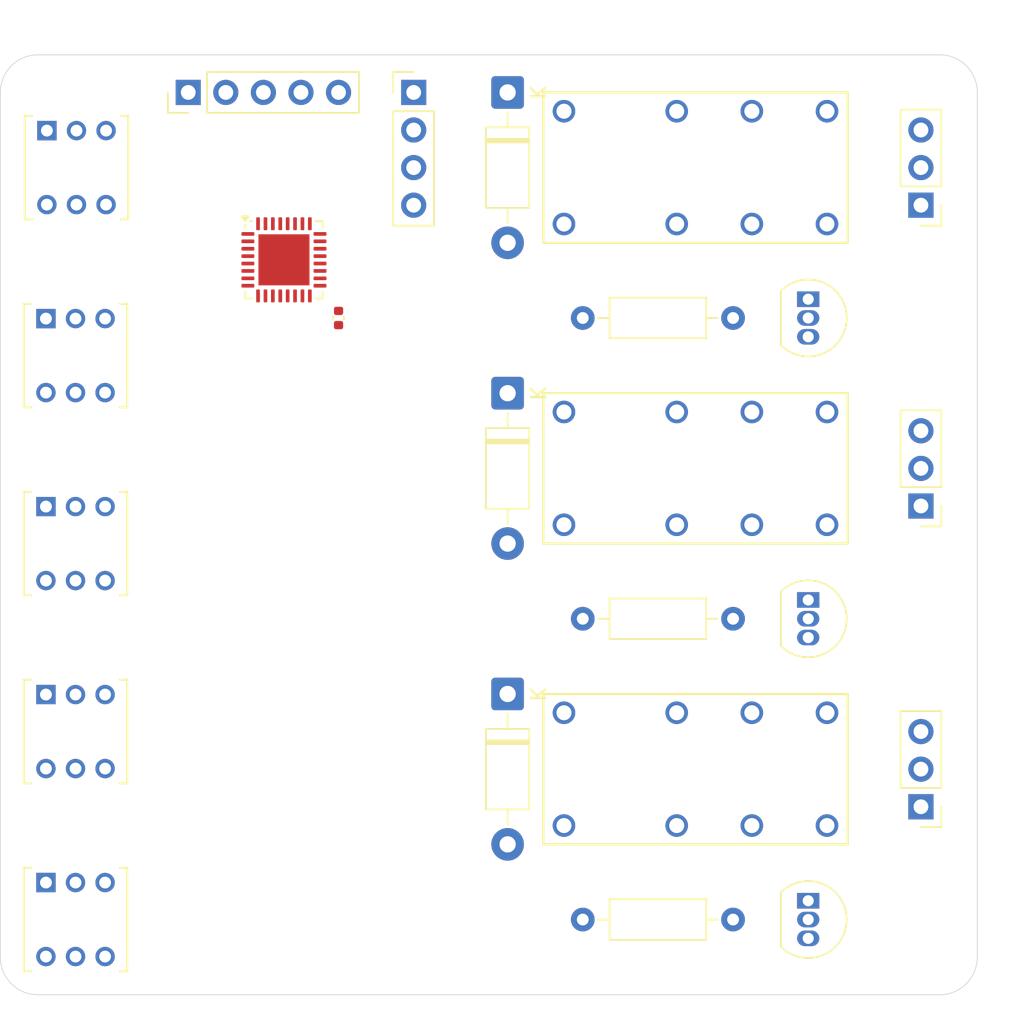
<source format=kicad_pcb>
(kicad_pcb (version 20241229) (generator "pcbnew") (generator_version "9.0")
  (layers (0 "F.Cu" signal) (2 "B.Cu" signal) (13 "F.Paste" user) (15 "B.Paste" user) (5 "F.SilkS" user "F.Silkscreen") (7 "B.SilkS" user "B.Silkscreen") (1 "F.Mask" user) (3 "B.Mask" user) (25 "Edge.Cuts" user))
  (net 0 "")
  (net 1 "GND")
  (net 2 "VDD")
  (net 3 "Net-(D1-A)")
  (net 4 "Net-(D2-A)")
  (net 5 "Net-(D3-A)")
  (net 6 "/SWCLK")
  (net 7 "/NRST")
  (net 8 "/SWDIO")
  (net 9 "/~{EN}")
  (net 10 "Net-(J3-Pin_1)")
  (net 11 "Net-(J3-Pin_2)")
  (net 12 "Net-(J3-Pin_3)")
  (net 13 "Net-(J4-Pin_1)")
  (net 14 "Net-(J4-Pin_3)")
  (net 15 "Net-(J4-Pin_2)")
  (net 16 "Net-(J5-Pin_2)")
  (net 17 "Net-(J5-Pin_3)")
  (net 18 "Net-(J5-Pin_1)")
  (net 19 "Net-(Q1-B)")
  (net 20 "Net-(Q2-B)")
  (net 21 "Net-(Q3-B)")
  (net 22 "Net-(U1-PA12)")
  (net 23 "Net-(U1-PA11)")
  (net 24 "Net-(U1-PA10)")
  (net 27 "/Vol+")
  (net 30 "/Skp")
  (net 35 "/Play")
  (net 41 "/Rwd")
  (net 48 "/Vol-")
  (footprint "Diode_THT:D_DO-41_SOD81_P10.16mm_Horizontal" (layer "F.Cu") (at 105.41 142.24 -90)
    (property "Reference" "D3")
    (property "Value" "1N4007")
    (fp_line (start 1.34 0) (end 2.36 0) (stroke (width 0.12)) (layer "F.SilkS"))
    (fp_line (start 8.82 0) (end 7.8 0) (stroke (width 0.12)) (layer "F.SilkS"))
    (fp_line (start 3.14 -1.47) (end 3.14 1.47) (stroke (width 0.12)) (layer "F.SilkS"))
    (fp_line (start 3.26 -1.47) (end 3.26 1.47) (stroke (width 0.12)) (layer "F.SilkS"))
    (fp_line (start 3.38 -1.47) (end 3.38 1.47) (stroke (width 0.12)) (layer "F.SilkS"))
    (fp_rect (start 2.36 -1.47) (end 7.8 1.47) (stroke (width 0.12)) (fill no) (layer "F.SilkS"))
    (fp_text user "K" (at 0 -2.1 90) (layer "F.SilkS"))
    (pad "1" thru_hole roundrect (at 0 0 270) (size 2.2 2.2) (drill 1.1) (layers "*.Cu" "*.Mask") (roundrect_rratio 0.113636) (net 2 "VDD"))
    (pad "2" thru_hole circle (at 10.16 0 270) (size 2.2 2.2) (drill 1.1) (layers "*.Cu" "*.Mask") (net 5 "Net-(D3-A)"))
  )
  (footprint "Playback_Control_EVT:RELAY_J104D2C3VDC.20S_CRS" (layer "F.Cu") (at 109.22 151.13 90)
    (property "Reference" "U4")
    (property "Value" "J104D2C3VDC.20S")
    (fp_line (start 8.89 -1.397) (end -1.27 -1.397) (stroke (width 0.1524)) (layer "F.SilkS"))
    (fp_line (start -1.27 -1.397) (end -1.27 19.177) (stroke (width 0.1524)) (layer "F.SilkS"))
    (fp_line (start 8.89 19.177) (end 8.89 -1.397) (stroke (width 0.1524)) (layer "F.SilkS"))
    (fp_line (start -1.27 19.177) (end 8.89 19.177) (stroke (width 0.1524)) (layer "F.SilkS"))
    (pad "1" thru_hole circle (at 0 0 90) (size 1.524 1.524) (drill 1.016) (layers "*.Cu" "*.Mask") (net 5 "Net-(D3-A)"))
    (pad "2" thru_hole circle (at 0 7.62 90) (size 1.524 1.524) (drill 1.016) (layers "*.Cu" "*.Mask"))
    (pad "3" thru_hole circle (at 0 12.7 90) (size 1.524 1.524) (drill 1.016) (layers "*.Cu" "*.Mask"))
    (pad "4" thru_hole circle (at 0 17.78 90) (size 1.524 1.524) (drill 1.016) (layers "*.Cu" "*.Mask"))
    (pad "5" thru_hole circle (at 7.62 17.78 90) (size 1.524 1.524) (drill 1.016) (layers "*.Cu" "*.Mask") (net 17 "Net-(J5-Pin_3)"))
    (pad "6" thru_hole circle (at 7.62 12.7 90) (size 1.524 1.524) (drill 1.016) (layers "*.Cu" "*.Mask") (net 16 "Net-(J5-Pin_2)"))
    (pad "7" thru_hole circle (at 7.62 7.62 90) (size 1.524 1.524) (drill 1.016) (layers "*.Cu" "*.Mask") (net 18 "Net-(J5-Pin_1)"))
    (pad "8" thru_hole circle (at 7.62 0 90) (size 1.524 1.524) (drill 1.016) (layers "*.Cu" "*.Mask") (net 2 "VDD"))
  )
  (footprint "Connector_PinHeader_2.54mm:PinHeader_1x05_P2.54mm_Vertical" (layer "F.Cu") (at 83.82 101.6 90)
    (property "Reference" "J1")
    (property "Value" "Conn_01x05_Pin")
    (fp_line (start -1.38 -1.38) (end 0 -1.38) (stroke (width 0.12)) (layer "F.SilkS"))
    (fp_line (start -1.38 0) (end -1.38 -1.38) (stroke (width 0.12)) (layer "F.SilkS"))
    (fp_line (start 1.38 1.27) (end 1.38 11.54) (stroke (width 0.12)) (layer "F.SilkS"))
    (fp_line (start -1.38 1.27) (end 1.38 1.27) (stroke (width 0.12)) (layer "F.SilkS"))
    (fp_line (start -1.38 1.27) (end -1.38 11.54) (stroke (width 0.12)) (layer "F.SilkS"))
    (fp_line (start -1.38 11.54) (end 1.38 11.54) (stroke (width 0.12)) (layer "F.SilkS"))
    (pad "1" thru_hole rect (at 0 0 90) (size 1.7 1.7) (drill 1) (layers "*.Cu" "*.Mask") (net 2 "VDD"))
    (pad "2" thru_hole circle (at 0 2.54 90) (size 1.7 1.7) (drill 1) (layers "*.Cu" "*.Mask") (net 6 "/SWCLK"))
    (pad "3" thru_hole circle (at 0 5.08 90) (size 1.7 1.7) (drill 1) (layers "*.Cu" "*.Mask") (net 1 "GND"))
    (pad "4" thru_hole circle (at 0 7.62 90) (size 1.7 1.7) (drill 1) (layers "*.Cu" "*.Mask") (net 8 "/SWDIO"))
    (pad "5" thru_hole circle (at 0 10.16 90) (size 1.7 1.7) (drill 1) (layers "*.Cu" "*.Mask") (net 7 "/NRST"))
  )
  (footprint "Resistor_THT:R_Axial_DIN0207_L6.3mm_D2.5mm_P10.16mm_Horizontal" (layer "F.Cu") (at 110.49 116.84)
    (property "Reference" "R1")
    (property "Value" "680")
    (fp_line (start 1.04 0) (end 1.81 0) (stroke (width 0.12)) (layer "F.SilkS"))
    (fp_line (start 9.12 0) (end 8.35 0) (stroke (width 0.12)) (layer "F.SilkS"))
    (fp_rect (start 1.81 -1.37) (end 8.35 1.37) (stroke (width 0.12)) (fill no) (layer "F.SilkS"))
    (pad "1" thru_hole circle (at 0 0) (size 1.6 1.6) (drill 0.8) (layers "*.Cu" "*.Mask") (net 22 "Net-(U1-PA12)"))
    (pad "2" thru_hole circle (at 10.16 0) (size 1.6 1.6) (drill 0.8) (layers "*.Cu" "*.Mask") (net 19 "Net-(Q1-B)"))
  )
  (footprint "Resistor_THT:R_Axial_DIN0207_L6.3mm_D2.5mm_P10.16mm_Horizontal" (layer "F.Cu") (at 110.49 157.48)
    (property "Reference" "R3")
    (property "Value" "680")
    (fp_line (start 1.04 0) (end 1.81 0) (stroke (width 0.12)) (layer "F.SilkS"))
    (fp_line (start 9.12 0) (end 8.35 0) (stroke (width 0.12)) (layer "F.SilkS"))
    (fp_rect (start 1.81 -1.37) (end 8.35 1.37) (stroke (width 0.12)) (fill no) (layer "F.SilkS"))
    (pad "1" thru_hole circle (at 0 0) (size 1.6 1.6) (drill 0.8) (layers "*.Cu" "*.Mask") (net 24 "Net-(U1-PA10)"))
    (pad "2" thru_hole circle (at 10.16 0) (size 1.6 1.6) (drill 0.8) (layers "*.Cu" "*.Mask") (net 21 "Net-(Q3-B)"))
  )
  (footprint "Playback_Control_EVT:SW_TL2230EEF100" (layer "F.Cu") (at 76.2 132.08)
    (property "Reference" "S3")
    (property "Value" "TL2230EEF100")
    (fp_line (start -3.5 -3.5) (end -3 -3.5) (stroke (width 0.127)) (layer "F.SilkS"))
    (fp_line (start -3.5 3.5) (end -3.5 -3.5) (stroke (width 0.127)) (layer "F.SilkS"))
    (fp_line (start -3.5 3.5) (end -3 3.5) (stroke (width 0.127)) (layer "F.SilkS"))
    (fp_line (start 3 -3.5) (end 3.5 -3.5) (stroke (width 0.127)) (layer "F.SilkS"))
    (fp_line (start 3 3.5) (end 3.5 3.5) (stroke (width 0.127)) (layer "F.SilkS"))
    (fp_line (start 3.5 -3.5) (end 3.5 3.5) (stroke (width 0.127)) (layer "F.SilkS"))
    (pad "1" thru_hole rect (at -2 -2.5) (size 1.308 1.308) (drill 0.8) (layers "*.Cu" "*.Mask"))
    (pad "2" thru_hole circle (at 0 -2.5) (size 1.308 1.308) (drill 0.8) (layers "*.Cu" "*.Mask") (net 1 "GND"))
    (pad "3" thru_hole circle (at 2 -2.5) (size 1.308 1.308) (drill 0.8) (layers "*.Cu" "*.Mask") (net 35 "/Play"))
    (pad "4" thru_hole circle (at -2 2.5) (size 1.308 1.308) (drill 0.8) (layers "*.Cu" "*.Mask"))
    (pad "5" thru_hole circle (at 0 2.5) (size 1.308 1.308) (drill 0.8) (layers "*.Cu" "*.Mask"))
    (pad "6" thru_hole circle (at 2 2.5) (size 1.308 1.308) (drill 0.8) (layers "*.Cu" "*.Mask"))
  )
  (footprint "Playback_Control_EVT:RELAY_J104D2C3VDC.20S_CRS" (layer "F.Cu") (at 109.22 110.49 90)
    (property "Reference" "U2")
    (property "Value" "J104D2C3VDC.20S")
    (fp_line (start 8.89 -1.397) (end -1.27 -1.397) (stroke (width 0.1524)) (layer "F.SilkS"))
    (fp_line (start -1.27 -1.397) (end -1.27 19.177) (stroke (width 0.1524)) (layer "F.SilkS"))
    (fp_line (start 8.89 19.177) (end 8.89 -1.397) (stroke (width 0.1524)) (layer "F.SilkS"))
    (fp_line (start -1.27 19.177) (end 8.89 19.177) (stroke (width 0.1524)) (layer "F.SilkS"))
    (pad "1" thru_hole circle (at 0 0 90) (size 1.524 1.524) (drill 1.016) (layers "*.Cu" "*.Mask") (net 4 "Net-(D2-A)"))
    (pad "2" thru_hole circle (at 0 7.62 90) (size 1.524 1.524) (drill 1.016) (layers "*.Cu" "*.Mask"))
    (pad "3" thru_hole circle (at 0 12.7 90) (size 1.524 1.524) (drill 1.016) (layers "*.Cu" "*.Mask"))
    (pad "4" thru_hole circle (at 0 17.78 90) (size 1.524 1.524) (drill 1.016) (layers "*.Cu" "*.Mask"))
    (pad "5" thru_hole circle (at 7.62 17.78 90) (size 1.524 1.524) (drill 1.016) (layers "*.Cu" "*.Mask") (net 12 "Net-(J3-Pin_3)"))
    (pad "6" thru_hole circle (at 7.62 12.7 90) (size 1.524 1.524) (drill 1.016) (layers "*.Cu" "*.Mask") (net 11 "Net-(J3-Pin_2)"))
    (pad "7" thru_hole circle (at 7.62 7.62 90) (size 1.524 1.524) (drill 1.016) (layers "*.Cu" "*.Mask") (net 10 "Net-(J3-Pin_1)"))
    (pad "8" thru_hole circle (at 7.62 0 90) (size 1.524 1.524) (drill 1.016) (layers "*.Cu" "*.Mask") (net 2 "VDD"))
  )
  (footprint "Playback_Control_EVT:SW_TL2230EEF100" (layer "F.Cu") (at 76.2 119.38)
    (property "Reference" "S2")
    (property "Value" "TL2230EEF100")
    (fp_line (start -3.5 -3.5) (end -3 -3.5) (stroke (width 0.127)) (layer "F.SilkS"))
    (fp_line (start -3.5 3.5) (end -3.5 -3.5) (stroke (width 0.127)) (layer "F.SilkS"))
    (fp_line (start -3.5 3.5) (end -3 3.5) (stroke (width 0.127)) (layer "F.SilkS"))
    (fp_line (start 3 -3.5) (end 3.5 -3.5) (stroke (width 0.127)) (layer "F.SilkS"))
    (fp_line (start 3 3.5) (end 3.5 3.5) (stroke (width 0.127)) (layer "F.SilkS"))
    (fp_line (start 3.5 -3.5) (end 3.5 3.5) (stroke (width 0.127)) (layer "F.SilkS"))
    (pad "1" thru_hole rect (at -2 -2.5) (size 1.308 1.308) (drill 0.8) (layers "*.Cu" "*.Mask"))
    (pad "2" thru_hole circle (at 0 -2.5) (size 1.308 1.308) (drill 0.8) (layers "*.Cu" "*.Mask") (net 1 "GND"))
    (pad "3" thru_hole circle (at 2 -2.5) (size 1.308 1.308) (drill 0.8) (layers "*.Cu" "*.Mask") (net 30 "/Skp"))
    (pad "4" thru_hole circle (at -2 2.5) (size 1.308 1.308) (drill 0.8) (layers "*.Cu" "*.Mask"))
    (pad "5" thru_hole circle (at 0 2.5) (size 1.308 1.308) (drill 0.8) (layers "*.Cu" "*.Mask"))
    (pad "6" thru_hole circle (at 2 2.5) (size 1.308 1.308) (drill 0.8) (layers "*.Cu" "*.Mask"))
  )
  (footprint "Package_TO_SOT_THT:TO-92_Inline" (layer "F.Cu") (at 125.73 135.89 -90)
    (property "Reference" "Q2")
    (property "Value" "BC547")
    (fp_line (start -0.53 1.85) (end 3.07 1.85) (stroke (width 0.12)) (layer "F.SilkS"))
    (fp_arc (start -0.568478 1.838478) (mid -1.132087 -0.994977) (end 1.27 -2.6) (stroke (width 0.12)) (layer "F.SilkS"))
    (fp_arc (start 1.27 -2.6) (mid 3.672087 -0.994977) (end 3.108478 1.838478) (stroke (width 0.12)) (layer "F.SilkS"))
    (pad "1" thru_hole rect (at 0 0 270) (size 1.05 1.5) (drill 0.75) (layers "*.Cu" "*.Mask") (net 3 "Net-(D1-A)"))
    (pad "2" thru_hole oval (at 1.27 0 270) (size 1.05 1.5) (drill 0.75) (layers "*.Cu" "*.Mask") (net 20 "Net-(Q2-B)"))
    (pad "3" thru_hole oval (at 2.54 0 270) (size 1.05 1.5) (drill 0.75) (layers "*.Cu" "*.Mask") (net 1 "GND"))
  )
  (footprint "Resistor_THT:R_Axial_DIN0207_L6.3mm_D2.5mm_P10.16mm_Horizontal" (layer "F.Cu") (at 110.49 137.16)
    (property "Reference" "R2")
    (property "Value" "680")
    (fp_line (start 1.04 0) (end 1.81 0) (stroke (width 0.12)) (layer "F.SilkS"))
    (fp_line (start 9.12 0) (end 8.35 0) (stroke (width 0.12)) (layer "F.SilkS"))
    (fp_rect (start 1.81 -1.37) (end 8.35 1.37) (stroke (width 0.12)) (fill no) (layer "F.SilkS"))
    (pad "1" thru_hole circle (at 0 0) (size 1.6 1.6) (drill 0.8) (layers "*.Cu" "*.Mask") (net 23 "Net-(U1-PA11)"))
    (pad "2" thru_hole circle (at 10.16 0) (size 1.6 1.6) (drill 0.8) (layers "*.Cu" "*.Mask") (net 20 "Net-(Q2-B)"))
  )
  (footprint "Connector_PinHeader_2.54mm:PinHeader_1x03_P2.54mm_Vertical" (layer "F.Cu") (at 133.35 109.22 180)
    (property "Reference" "J3")
    (property "Value" "Conn_01x03_Pin")
    (fp_line (start 1.38 1.27) (end 1.38 6.46) (stroke (width 0.12)) (layer "F.SilkS"))
    (fp_line (start -1.38 6.46) (end 1.38 6.46) (stroke (width 0.12)) (layer "F.SilkS"))
    (fp_line (start -1.38 1.27) (end 1.38 1.27) (stroke (width 0.12)) (layer "F.SilkS"))
    (fp_line (start -1.38 1.27) (end -1.38 6.46) (stroke (width 0.12)) (layer "F.SilkS"))
    (fp_line (start -1.38 0) (end -1.38 -1.38) (stroke (width 0.12)) (layer "F.SilkS"))
    (fp_line (start -1.38 -1.38) (end 0 -1.38) (stroke (width 0.12)) (layer "F.SilkS"))
    (pad "1" thru_hole rect (at 0 0 180) (size 1.7 1.7) (drill 1) (layers "*.Cu" "*.Mask") (net 10 "Net-(J3-Pin_1)"))
    (pad "2" thru_hole circle (at 0 2.54 180) (size 1.7 1.7) (drill 1) (layers "*.Cu" "*.Mask") (net 11 "Net-(J3-Pin_2)"))
    (pad "3" thru_hole circle (at 0 5.08 180) (size 1.7 1.7) (drill 1) (layers "*.Cu" "*.Mask") (net 12 "Net-(J3-Pin_3)"))
  )
  (footprint "Diode_THT:D_DO-41_SOD81_P10.16mm_Horizontal" (layer "F.Cu") (at 105.41 101.6 -90)
    (property "Reference" "D2")
    (property "Value" "1N4007")
    (fp_line (start 1.34 0) (end 2.36 0) (stroke (width 0.12)) (layer "F.SilkS"))
    (fp_line (start 8.82 0) (end 7.8 0) (stroke (width 0.12)) (layer "F.SilkS"))
    (fp_line (start 3.14 -1.47) (end 3.14 1.47) (stroke (width 0.12)) (layer "F.SilkS"))
    (fp_line (start 3.26 -1.47) (end 3.26 1.47) (stroke (width 0.12)) (layer "F.SilkS"))
    (fp_line (start 3.38 -1.47) (end 3.38 1.47) (stroke (width 0.12)) (layer "F.SilkS"))
    (fp_rect (start 2.36 -1.47) (end 7.8 1.47) (stroke (width 0.12)) (fill no) (layer "F.SilkS"))
    (fp_text user "K" (at 0 -2.1 90) (layer "F.SilkS"))
    (pad "1" thru_hole roundrect (at 0 0 270) (size 2.2 2.2) (drill 1.1) (layers "*.Cu" "*.Mask") (roundrect_rratio 0.113636) (net 2 "VDD"))
    (pad "2" thru_hole circle (at 10.16 0 270) (size 2.2 2.2) (drill 1.1) (layers "*.Cu" "*.Mask") (net 4 "Net-(D2-A)"))
  )
  (footprint "Connector_PinHeader_2.54mm:PinHeader_1x03_P2.54mm_Vertical" (layer "F.Cu") (at 133.35 149.86 180)
    (property "Reference" "J5")
    (property "Value" "Conn_01x03_Pin")
    (fp_line (start 1.38 1.27) (end 1.38 6.46) (stroke (width 0.12)) (layer "F.SilkS"))
    (fp_line (start -1.38 6.46) (end 1.38 6.46) (stroke (width 0.12)) (layer "F.SilkS"))
    (fp_line (start -1.38 1.27) (end 1.38 1.27) (stroke (width 0.12)) (layer "F.SilkS"))
    (fp_line (start -1.38 1.27) (end -1.38 6.46) (stroke (width 0.12)) (layer "F.SilkS"))
    (fp_line (start -1.38 0) (end -1.38 -1.38) (stroke (width 0.12)) (layer "F.SilkS"))
    (fp_line (start -1.38 -1.38) (end 0 -1.38) (stroke (width 0.12)) (layer "F.SilkS"))
    (pad "1" thru_hole rect (at 0 0 180) (size 1.7 1.7) (drill 1) (layers "*.Cu" "*.Mask") (net 18 "Net-(J5-Pin_1)"))
    (pad "2" thru_hole circle (at 0 2.54 180) (size 1.7 1.7) (drill 1) (layers "*.Cu" "*.Mask") (net 16 "Net-(J5-Pin_2)"))
    (pad "3" thru_hole circle (at 0 5.08 180) (size 1.7 1.7) (drill 1) (layers "*.Cu" "*.Mask") (net 17 "Net-(J5-Pin_3)"))
  )
  (footprint "Playback_Control_EVT:SW_TL2230EEF100" (layer "F.Cu") (at 76.265 106.68)
    (property "Reference" "S1")
    (property "Value" "TL2230EEF100")
    (fp_line (start -3.5 -3.5) (end -3 -3.5) (stroke (width 0.127)) (layer "F.SilkS"))
    (fp_line (start -3.5 3.5) (end -3.5 -3.5) (stroke (width 0.127)) (layer "F.SilkS"))
    (fp_line (start -3.5 3.5) (end -3 3.5) (stroke (width 0.127)) (layer "F.SilkS"))
    (fp_line (start 3 -3.5) (end 3.5 -3.5) (stroke (width 0.127)) (layer "F.SilkS"))
    (fp_line (start 3 3.5) (end 3.5 3.5) (stroke (width 0.127)) (layer "F.SilkS"))
    (fp_line (start 3.5 -3.5) (end 3.5 3.5) (stroke (width 0.127)) (layer "F.SilkS"))
    (pad "1" thru_hole rect (at -2 -2.5) (size 1.308 1.308) (drill 0.8) (layers "*.Cu" "*.Mask"))
    (pad "2" thru_hole circle (at 0 -2.5) (size 1.308 1.308) (drill 0.8) (layers "*.Cu" "*.Mask") (net 1 "GND"))
    (pad "3" thru_hole circle (at 2 -2.5) (size 1.308 1.308) (drill 0.8) (layers "*.Cu" "*.Mask") (net 27 "/Vol+"))
    (pad "4" thru_hole circle (at -2 2.5) (size 1.308 1.308) (drill 0.8) (layers "*.Cu" "*.Mask"))
    (pad "5" thru_hole circle (at 0 2.5) (size 1.308 1.308) (drill 0.8) (layers "*.Cu" "*.Mask"))
    (pad "6" thru_hole circle (at 2 2.5) (size 1.308 1.308) (drill 0.8) (layers "*.Cu" "*.Mask"))
  )
  (footprint "Connector_PinHeader_2.54mm:PinHeader_1x04_P2.54mm_Vertical" (layer "F.Cu") (at 99.06 101.6)
    (property "Reference" "J2")
    (property "Value" "Conn_01x04_Pin")
    (fp_line (start -1.38 -1.38) (end 0 -1.38) (stroke (width 0.12)) (layer "F.SilkS"))
    (fp_line (start -1.38 0) (end -1.38 -1.38) (stroke (width 0.12)) (layer "F.SilkS"))
    (fp_line (start -1.38 1.27) (end -1.38 9) (stroke (width 0.12)) (layer "F.SilkS"))
    (fp_line (start -1.38 1.27) (end 1.38 1.27) (stroke (width 0.12)) (layer "F.SilkS"))
    (fp_line (start -1.38 9) (end 1.38 9) (stroke (width 0.12)) (layer "F.SilkS"))
    (fp_line (start 1.38 1.27) (end 1.38 9) (stroke (width 0.12)) (layer "F.SilkS"))
    (pad "1" thru_hole rect (at 0 0) (size 1.7 1.7) (drill 1) (layers "*.Cu" "*.Mask") (net 2 "VDD"))
    (pad "2" thru_hole circle (at 0 2.54) (size 1.7 1.7) (drill 1) (layers "*.Cu" "*.Mask") (net 1 "GND"))
    (pad "3" thru_hole circle (at 0 5.08) (size 1.7 1.7) (drill 1) (layers "*.Cu" "*.Mask") (net 1 "GND"))
    (pad "4" thru_hole circle (at 0 7.62) (size 1.7 1.7) (drill 1) (layers "*.Cu" "*.Mask") (net 9 "/~{EN}"))
  )
  (footprint "Package_TO_SOT_THT:TO-92_Inline" (layer "F.Cu") (at 125.73 156.21 -90)
    (property "Reference" "Q3")
    (property "Value" "BC547")
    (fp_line (start -0.53 1.85) (end 3.07 1.85) (stroke (width 0.12)) (layer "F.SilkS"))
    (fp_arc (start -0.568478 1.838478) (mid -1.132087 -0.994977) (end 1.27 -2.6) (stroke (width 0.12)) (layer "F.SilkS"))
    (fp_arc (start 1.27 -2.6) (mid 3.672087 -0.994977) (end 3.108478 1.838478) (stroke (width 0.12)) (layer "F.SilkS"))
    (pad "1" thru_hole rect (at 0 0 270) (size 1.05 1.5) (drill 0.75) (layers "*.Cu" "*.Mask") (net 5 "Net-(D3-A)"))
    (pad "2" thru_hole oval (at 1.27 0 270) (size 1.05 1.5) (drill 0.75) (layers "*.Cu" "*.Mask") (net 21 "Net-(Q3-B)"))
    (pad "3" thru_hole oval (at 2.54 0 270) (size 1.05 1.5) (drill 0.75) (layers "*.Cu" "*.Mask") (net 1 "GND"))
  )
  (footprint "Package_TO_SOT_THT:TO-92_Inline" (layer "F.Cu") (at 125.73 115.57 -90)
    (property "Reference" "Q1")
    (property "Value" "BC547")
    (fp_line (start -0.53 1.85) (end 3.07 1.85) (stroke (width 0.12)) (layer "F.SilkS"))
    (fp_arc (start -0.568478 1.838478) (mid -1.132087 -0.994977) (end 1.27 -2.6) (stroke (width 0.12)) (layer "F.SilkS"))
    (fp_arc (start 1.27 -2.6) (mid 3.672087 -0.994977) (end 3.108478 1.838478) (stroke (width 0.12)) (layer "F.SilkS"))
    (pad "1" thru_hole rect (at 0 0 270) (size 1.05 1.5) (drill 0.75) (layers "*.Cu" "*.Mask") (net 4 "Net-(D2-A)"))
    (pad "2" thru_hole oval (at 1.27 0 270) (size 1.05 1.5) (drill 0.75) (layers "*.Cu" "*.Mask") (net 19 "Net-(Q1-B)"))
    (pad "3" thru_hole oval (at 2.54 0 270) (size 1.05 1.5) (drill 0.75) (layers "*.Cu" "*.Mask") (net 1 "GND"))
  )
  (footprint "Playback_Control_EVT:SW_TL2230EEF100" (layer "F.Cu") (at 76.2 144.78)
    (property "Reference" "S4")
    (property "Value" "TL2230EEF100")
    (fp_line (start -3.5 -3.5) (end -3 -3.5) (stroke (width 0.127)) (layer "F.SilkS"))
    (fp_line (start -3.5 3.5) (end -3.5 -3.5) (stroke (width 0.127)) (layer "F.SilkS"))
    (fp_line (start -3.5 3.5) (end -3 3.5) (stroke (width 0.127)) (layer "F.SilkS"))
    (fp_line (start 3 -3.5) (end 3.5 -3.5) (stroke (width 0.127)) (layer "F.SilkS"))
    (fp_line (start 3 3.5) (end 3.5 3.5) (stroke (width 0.127)) (layer "F.SilkS"))
    (fp_line (start 3.5 -3.5) (end 3.5 3.5) (stroke (width 0.127)) (layer "F.SilkS"))
    (pad "1" thru_hole rect (at -2 -2.5) (size 1.308 1.308) (drill 0.8) (layers "*.Cu" "*.Mask"))
    (pad "2" thru_hole circle (at 0 -2.5) (size 1.308 1.308) (drill 0.8) (layers "*.Cu" "*.Mask") (net 1 "GND"))
    (pad "3" thru_hole circle (at 2 -2.5) (size 1.308 1.308) (drill 0.8) (layers "*.Cu" "*.Mask") (net 41 "/Rwd"))
    (pad "4" thru_hole circle (at -2 2.5) (size 1.308 1.308) (drill 0.8) (layers "*.Cu" "*.Mask"))
    (pad "5" thru_hole circle (at 0 2.5) (size 1.308 1.308) (drill 0.8) (layers "*.Cu" "*.Mask"))
    (pad "6" thru_hole circle (at 2 2.5) (size 1.308 1.308) (drill 0.8) (layers "*.Cu" "*.Mask"))
  )
  (footprint "Playback_Control_EVT:RELAY_J104D2C3VDC.20S_CRS" (layer "F.Cu") (at 109.22 130.81 90)
    (property "Reference" "U3")
    (property "Value" "J104D2C3VDC.20S")
    (fp_line (start 8.89 -1.397) (end -1.27 -1.397) (stroke (width 0.1524)) (layer "F.SilkS"))
    (fp_line (start -1.27 -1.397) (end -1.27 19.177) (stroke (width 0.1524)) (layer "F.SilkS"))
    (fp_line (start 8.89 19.177) (end 8.89 -1.397) (stroke (width 0.1524)) (layer "F.SilkS"))
    (fp_line (start -1.27 19.177) (end 8.89 19.177) (stroke (width 0.1524)) (layer "F.SilkS"))
    (pad "1" thru_hole circle (at 0 0 90) (size 1.524 1.524) (drill 1.016) (layers "*.Cu" "*.Mask") (net 3 "Net-(D1-A)"))
    (pad "2" thru_hole circle (at 0 7.62 90) (size 1.524 1.524) (drill 1.016) (layers "*.Cu" "*.Mask"))
    (pad "3" thru_hole circle (at 0 12.7 90) (size 1.524 1.524) (drill 1.016) (layers "*.Cu" "*.Mask"))
    (pad "4" thru_hole circle (at 0 17.78 90) (size 1.524 1.524) (drill 1.016) (layers "*.Cu" "*.Mask"))
    (pad "5" thru_hole circle (at 7.62 17.78 90) (size 1.524 1.524) (drill 1.016) (layers "*.Cu" "*.Mask") (net 14 "Net-(J4-Pin_3)"))
    (pad "6" thru_hole circle (at 7.62 12.7 90) (size 1.524 1.524) (drill 1.016) (layers "*.Cu" "*.Mask") (net 15 "Net-(J4-Pin_2)"))
    (pad "7" thru_hole circle (at 7.62 7.62 90) (size 1.524 1.524) (drill 1.016) (layers "*.Cu" "*.Mask") (net 13 "Net-(J4-Pin_1)"))
    (pad "8" thru_hole circle (at 7.62 0 90) (size 1.524 1.524) (drill 1.016) (layers "*.Cu" "*.Mask") (net 2 "VDD"))
  )
  (footprint "Connector_PinHeader_2.54mm:PinHeader_1x03_P2.54mm_Vertical" (layer "F.Cu") (at 133.35 129.54 180)
    (property "Reference" "J4")
    (property "Value" "Conn_01x03_Pin")
    (fp_line (start 1.38 1.27) (end 1.38 6.46) (stroke (width 0.12)) (layer "F.SilkS"))
    (fp_line (start -1.38 6.46) (end 1.38 6.46) (stroke (width 0.12)) (layer "F.SilkS"))
    (fp_line (start -1.38 1.27) (end 1.38 1.27) (stroke (width 0.12)) (layer "F.SilkS"))
    (fp_line (start -1.38 1.27) (end -1.38 6.46) (stroke (width 0.12)) (layer "F.SilkS"))
    (fp_line (start -1.38 0) (end -1.38 -1.38) (stroke (width 0.12)) (layer "F.SilkS"))
    (fp_line (start -1.38 -1.38) (end 0 -1.38) (stroke (width 0.12)) (layer "F.SilkS"))
    (pad "1" thru_hole rect (at 0 0 180) (size 1.7 1.7) (drill 1) (layers "*.Cu" "*.Mask") (net 13 "Net-(J4-Pin_1)"))
    (pad "2" thru_hole circle (at 0 2.54 180) (size 1.7 1.7) (drill 1) (layers "*.Cu" "*.Mask") (net 15 "Net-(J4-Pin_2)"))
    (pad "3" thru_hole circle (at 0 5.08 180) (size 1.7 1.7) (drill 1) (layers "*.Cu" "*.Mask") (net 14 "Net-(J4-Pin_3)"))
  )
  (footprint "Package_DFN_QFN:QFN-32-1EP_5x5mm_P0.5mm_EP3.45x3.45mm" (layer "F.Cu") (at 90.29 112.91)
    (property "Reference" "U1")
    (property "Value" "STM32L432KCUx")
    (fp_line (start -2.61 -2.135) (end -2.61 -2.37) (stroke (width 0.12)) (layer "F.SilkS"))
    (fp_line (start -2.61 2.61) (end -2.61 2.135) (stroke (width 0.12)) (layer "F.SilkS"))
    (fp_line (start -2.135 -2.61) (end -2.31 -2.61) (stroke (width 0.12)) (layer "F.SilkS"))
    (fp_line (start -2.135 2.61) (end -2.61 2.61) (stroke (width 0.12)) (layer "F.SilkS"))
    (fp_line (start 2.135 -2.61) (end 2.61 -2.61) (stroke (width 0.12)) (layer "F.SilkS"))
    (fp_line (start 2.135 2.61) (end 2.61 2.61) (stroke (width 0.12)) (layer "F.SilkS"))
    (fp_line (start 2.61 -2.61) (end 2.61 -2.135) (stroke (width 0.12)) (layer "F.SilkS"))
    (fp_line (start 2.61 2.61) (end 2.61 2.135) (stroke (width 0.12)) (layer "F.SilkS"))
    (fp_poly (pts (xy -2.61 -2.61) (xy -2.85 -2.94) (xy -2.37 -2.94)) (stroke (width 0.12)) (fill yes) (layer "F.SilkS"))
    (pad "1" smd roundrect (at -2.4375 -1.75) (size 0.875 0.25) (layers "F.Cu" "F.Mask" "F.Paste") (net 2 "VDD"))
    (pad "2" smd roundrect (at -2.4375 -1.25) (size 0.875 0.25) (layers "F.Cu" "F.Mask" "F.Paste"))
    (pad "3" smd roundrect (at -2.4375 -0.75) (size 0.875 0.25) (layers "F.Cu" "F.Mask" "F.Paste"))
    (pad "4" smd roundrect (at -2.4375 -0.25) (size 0.875 0.25) (layers "F.Cu" "F.Mask" "F.Paste") (net 7 "/NRST"))
    (pad "5" smd roundrect (at -2.4375 0.25) (size 0.875 0.25) (layers "F.Cu" "F.Mask" "F.Paste") (net 2 "VDD"))
    (pad "6" smd roundrect (at -2.4375 0.75) (size 0.875 0.25) (layers "F.Cu" "F.Mask" "F.Paste"))
    (pad "7" smd roundrect (at -2.4375 1.25) (size 0.875 0.25) (layers "F.Cu" "F.Mask" "F.Paste"))
    (pad "8" smd roundrect (at -2.4375 1.75) (size 0.875 0.25) (layers "F.Cu" "F.Mask" "F.Paste"))
    (pad "9" smd roundrect (at -1.75 2.4375) (size 0.25 0.875) (layers "F.Cu" "F.Mask" "F.Paste") (net 27 "/Vol+"))
    (pad "10" smd roundrect (at -1.25 2.4375) (size 0.25 0.875) (layers "F.Cu" "F.Mask" "F.Paste") (net 30 "/Skp"))
    (pad "11" smd roundrect (at -0.75 2.4375) (size 0.25 0.875) (layers "F.Cu" "F.Mask" "F.Paste") (net 35 "/Play"))
    (pad "12" smd roundrect (at -0.25 2.4375) (size 0.25 0.875) (layers "F.Cu" "F.Mask" "F.Paste") (net 41 "/Rwd"))
    (pad "13" smd roundrect (at 0.25 2.4375) (size 0.25 0.875) (layers "F.Cu" "F.Mask" "F.Paste") (net 48 "/Vol-"))
    (pad "14" smd roundrect (at 0.75 2.4375) (size 0.25 0.875) (layers "F.Cu" "F.Mask" "F.Paste") (net 9 "/~{EN}"))
    (pad "15" smd roundrect (at 1.25 2.4375) (size 0.25 0.875) (layers "F.Cu" "F.Mask" "F.Paste"))
    (pad "16" smd roundrect (at 1.75 2.4375) (size 0.25 0.875) (layers "F.Cu" "F.Mask" "F.Paste") (net 1 "GND"))
    (pad "17" smd roundrect (at 2.4375 1.75) (size 0.875 0.25) (layers "F.Cu" "F.Mask" "F.Paste") (net 2 "VDD"))
    (pad "18" smd roundrect (at 2.4375 1.25) (size 0.875 0.25) (layers "F.Cu" "F.Mask" "F.Paste"))
    (pad "19" smd roundrect (at 2.4375 0.75) (size 0.875 0.25) (layers "F.Cu" "F.Mask" "F.Paste"))
    (pad "20" smd roundrect (at 2.4375 0.25) (size 0.875 0.25) (layers "F.Cu" "F.Mask" "F.Paste") (net 24 "Net-(U1-PA10)"))
    (pad "21" smd roundrect (at 2.4375 -0.25) (size 0.875 0.25) (layers "F.Cu" "F.Mask" "F.Paste") (net 23 "Net-(U1-PA11)"))
    (pad "22" smd roundrect (at 2.4375 -0.75) (size 0.875 0.25) (layers "F.Cu" "F.Mask" "F.Paste") (net 22 "Net-(U1-PA12)"))
    (pad "23" smd roundrect (at 2.4375 -1.25) (size 0.875 0.25) (layers "F.Cu" "F.Mask" "F.Paste") (net 8 "/SWDIO"))
    (pad "24" smd roundrect (at 2.4375 -1.75) (size 0.875 0.25) (layers "F.Cu" "F.Mask" "F.Paste") (net 6 "/SWCLK"))
    (pad "25" smd roundrect (at 1.75 -2.4375) (size 0.25 0.875) (layers "F.Cu" "F.Mask" "F.Paste"))
    (pad "26" smd roundrect (at 1.25 -2.4375) (size 0.25 0.875) (layers "F.Cu" "F.Mask" "F.Paste"))
    (pad "27" smd roundrect (at 0.75 -2.4375) (size 0.25 0.875) (layers "F.Cu" "F.Mask" "F.Paste"))
    (pad "28" smd roundrect (at 0.25 -2.4375) (size 0.25 0.875) (layers "F.Cu" "F.Mask" "F.Paste"))
    (pad "29" smd roundrect (at -0.25 -2.4375) (size 0.25 0.875) (layers "F.Cu" "F.Mask" "F.Paste"))
    (pad "30" smd roundrect (at -0.75 -2.4375) (size 0.25 0.875) (layers "F.Cu" "F.Mask" "F.Paste"))
    (pad "31" smd roundrect (at -1.25 -2.4375) (size 0.25 0.875) (layers "F.Cu" "F.Mask" "F.Paste"))
    (pad "32" smd roundrect (at -1.75 -2.4375) (size 0.25 0.875) (layers "F.Cu" "F.Mask" "F.Paste") (net 1 "GND"))
    (pad "33" smd rect (at 0 0) (size 3.45 3.45) (property pad_prop_heatsink) (layers "F.Cu" "F.Mask") (net 1 "GND"))
  )
  (footprint "Capacitor_SMD:C_0402_1005Metric" (layer "F.Cu") (at 93.98 116.84 -90)
    (property "Reference" "C1")
    (property "Value" "100n")
    (fp_line (start -0.107836 0.36) (end 0.107836 0.36) (stroke (width 0.12)) (layer "F.SilkS"))
    (fp_line (start -0.107836 -0.36) (end 0.107836 -0.36) (stroke (width 0.12)) (layer "F.SilkS"))
    (pad "1" smd roundrect (at -0.48 0 270) (size 0.56 0.62) (layers "F.Cu" "F.Mask" "F.Paste") (net 2 "VDD"))
    (pad "2" smd roundrect (at 0.48 0 270) (size 0.56 0.62) (layers "F.Cu" "F.Mask" "F.Paste") (net 1 "GND"))
  )
  (footprint "Playback_Control_EVT:SW_TL2230EEF100" (layer "F.Cu") (at 76.2 157.48)
    (property "Reference" "S5")
    (property "Value" "TL2230EEF100")
    (fp_line (start -3.5 -3.5) (end -3 -3.5) (stroke (width 0.127)) (layer "F.SilkS"))
    (fp_line (start -3.5 3.5) (end -3.5 -3.5) (stroke (width 0.127)) (layer "F.SilkS"))
    (fp_line (start -3.5 3.5) (end -3 3.5) (stroke (width 0.127)) (layer "F.SilkS"))
    (fp_line (start 3 -3.5) (end 3.5 -3.5) (stroke (width 0.127)) (layer "F.SilkS"))
    (fp_line (start 3 3.5) (end 3.5 3.5) (stroke (width 0.127)) (layer "F.SilkS"))
    (fp_line (start 3.5 -3.5) (end 3.5 3.5) (stroke (width 0.127)) (layer "F.SilkS"))
    (pad "1" thru_hole rect (at -2 -2.5) (size 1.308 1.308) (drill 0.8) (layers "*.Cu" "*.Mask"))
    (pad "2" thru_hole circle (at 0 -2.5) (size 1.308 1.308) (drill 0.8) (layers "*.Cu" "*.Mask") (net 1 "GND"))
    (pad "3" thru_hole circle (at 2 -2.5) (size 1.308 1.308) (drill 0.8) (layers "*.Cu" "*.Mask") (net 48 "/Vol-"))
    (pad "4" thru_hole circle (at -2 2.5) (size 1.308 1.308) (drill 0.8) (layers "*.Cu" "*.Mask"))
    (pad "5" thru_hole circle (at 0 2.5) (size 1.308 1.308) (drill 0.8) (layers "*.Cu" "*.Mask"))
    (pad "6" thru_hole circle (at 2 2.5) (size 1.308 1.308) (drill 0.8) (layers "*.Cu" "*.Mask"))
  )
  (footprint "Diode_THT:D_DO-41_SOD81_P10.16mm_Horizontal" (layer "F.Cu") (at 105.41 121.92 -90)
    (property "Reference" "D1")
    (property "Value" "1N4007")
    (fp_line (start 1.34 0) (end 2.36 0) (stroke (width 0.12)) (layer "F.SilkS"))
    (fp_line (start 8.82 0) (end 7.8 0) (stroke (width 0.12)) (layer "F.SilkS"))
    (fp_line (start 3.14 -1.47) (end 3.14 1.47) (stroke (width 0.12)) (layer "F.SilkS"))
    (fp_line (start 3.26 -1.47) (end 3.26 1.47) (stroke (width 0.12)) (layer "F.SilkS"))
    (fp_line (start 3.38 -1.47) (end 3.38 1.47) (stroke (width 0.12)) (layer "F.SilkS"))
    (fp_rect (start 2.36 -1.47) (end 7.8 1.47) (stroke (width 0.12)) (fill no) (layer "F.SilkS"))
    (fp_text user "K" (at 0 -2.1 90) (layer "F.SilkS"))
    (pad "1" thru_hole roundrect (at 0 0 270) (size 2.2 2.2) (drill 1.1) (layers "*.Cu" "*.Mask") (roundrect_rratio 0.113636) (net 2 "VDD"))
    (pad "2" thru_hole circle (at 10.16 0 270) (size 2.2 2.2) (drill 1.1) (layers "*.Cu" "*.Mask") (net 3 "Net-(D1-A)"))
  )
  (gr_arc (start 71.12 101.6) (mid 71.863949 99.803949) (end 73.66 99.06) (stroke (width 0.05)) (layer "Edge.Cuts"))
  (gr_arc (start 73.66 162.56) (mid 71.863949 161.816051) (end 71.12 160.02) (stroke (width 0.05)) (layer "Edge.Cuts"))
  (gr_line (start 73.66 99.06) (end 134.62 99.06) (stroke (width 0.05)) (layer "Edge.Cuts"))
  (gr_line (start 71.12 160.02) (end 71.12 101.6) (stroke (width 0.05)) (layer "Edge.Cuts"))
  (gr_line (start 134.62 162.56) (end 73.66 162.56) (stroke (width 0.05)) (layer "Edge.Cuts"))
  (gr_arc (start 134.62 99.06) (mid 136.416051 99.803949) (end 137.16 101.6) (stroke (width 0.05)) (layer "Edge.Cuts"))
  (gr_line (start 137.16 101.6) (end 137.16 160.02) (stroke (width 0.05)) (layer "Edge.Cuts"))
  (gr_arc (start 137.16 160.02) (mid 136.416051 161.816051) (end 134.62 162.56) (stroke (width 0.05)) (layer "Edge.Cuts"))
)
</source>
